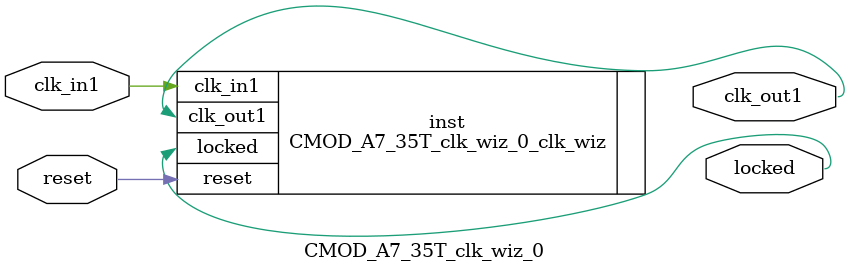
<source format=v>


`timescale 1ps/1ps

(* CORE_GENERATION_INFO = "CMOD_A7_35T_clk_wiz_0,clk_wiz_v6_0_12_0_0,{component_name=CMOD_A7_35T_clk_wiz_0,use_phase_alignment=true,use_min_o_jitter=false,use_max_i_jitter=false,use_dyn_phase_shift=false,use_inclk_switchover=false,use_dyn_reconfig=false,enable_axi=0,feedback_source=FDBK_AUTO,PRIMITIVE=MMCM,num_out_clk=1,clkin1_period=83.333,clkin2_period=10.0,use_power_down=false,use_reset=true,use_locked=true,use_inclk_stopped=false,feedback_type=SINGLE,CLOCK_MGR_TYPE=NA,manual_override=false}" *)

module CMOD_A7_35T_clk_wiz_0 
 (
  // Clock out ports
  output        clk_out1,
  // Status and control signals
  input         reset,
  output        locked,
 // Clock in ports
  input         clk_in1
 );

  CMOD_A7_35T_clk_wiz_0_clk_wiz inst
  (
  // Clock out ports  
  .clk_out1(clk_out1),
  // Status and control signals               
  .reset(reset), 
  .locked(locked),
 // Clock in ports
  .clk_in1(clk_in1)
  );

endmodule

</source>
